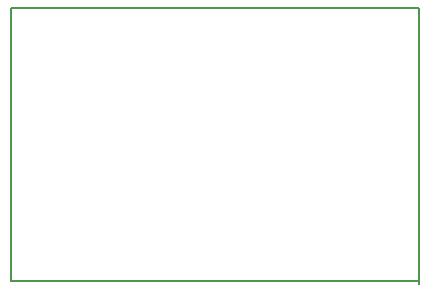
<source format=gbr>
G04 #@! TF.FileFunction,Other,User*
%FSLAX46Y46*%
G04 Gerber Fmt 4.6, Leading zero omitted, Abs format (unit mm)*
G04 Created by KiCad (PCBNEW 4.0.4-stable) date 11/07/16 13:36:44*
%MOMM*%
%LPD*%
G01*
G04 APERTURE LIST*
%ADD10C,0.100000*%
%ADD11C,0.200000*%
G04 APERTURE END LIST*
D10*
D11*
X148844000Y-120396000D02*
X114300000Y-120396000D01*
X148844000Y-97282000D02*
X114300000Y-97282000D01*
X114300000Y-97282000D02*
X114300000Y-120396000D01*
X148844000Y-97282000D02*
X148844000Y-120650000D01*
M02*

</source>
